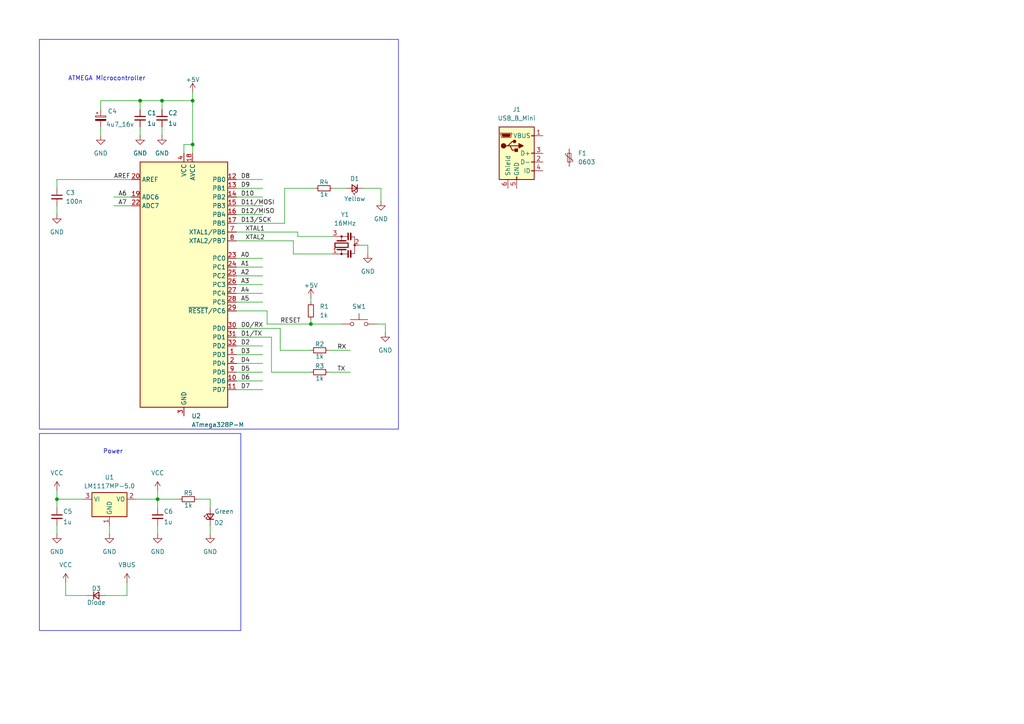
<source format=kicad_sch>
(kicad_sch (version 20231120) (generator "eeschema") (generator_version "8.0")
  (paper "A4")
  (lib_symbols
    (symbol "Connector:USB_B_Mini" (pin_names (offset 1.016))
      (property "Reference" "J" (at -5.08 11.43 0))
      (property "Value" "USB_B_Mini" (at -5.08 8.89 0))
      (symbol "USB_B_Mini_0_1"
        (rectangle (start -5.08 -7.62) (end 5.08 7.62) (stroke (width 0.254)) (fill (type background)))
        (circle (center -3.81 2.159) (radius 0.635) (stroke (width 0.254)) (fill (type outline)))
        (circle (center -0.635 3.429) (radius 0.381) (stroke (width 0.254)) (fill (type outline)))
        (rectangle (start -0.127 -7.62) (end 0.127 -6.858))
        (polyline (pts (xy -1.905 2.159) (xy 0.635 2.159)) (stroke (width 0.254)))
        (polyline (pts (xy -3.175 2.159) (xy -2.54 2.159) (xy -1.27 3.429) (xy -0.635 3.429)) (stroke (width 0.254)))
        (polyline (pts (xy -2.54 2.159) (xy -1.905 2.159) (xy -1.27 0.889) (xy 0 0.889)) (stroke (width 0.254)))
        (polyline (pts (xy 0.635 2.794) (xy 0.635 1.524) (xy 1.905 2.159) (xy 0.635 2.794)) (stroke (width 0.254)) (fill (type outline)))
        (polyline (pts (xy -4.318 5.588) (xy -1.778 5.588) (xy -2.032 4.826) (xy -4.064 4.826) (xy -4.318 5.588)) (fill (type outline)))
        (polyline (pts (xy -4.699 5.842) (xy -4.699 5.588) (xy -4.445 4.826) (xy -4.445 4.572) (xy -1.651 4.572) (xy -1.651 4.826) (xy -1.397 5.588) (xy -1.397 5.842) (xy -4.699 5.842)))
        (rectangle (start 0.254 1.27) (end -0.508 0.508) (stroke (width 0.254)) (fill (type outline)))
        (rectangle (start 5.08 -5.207) (end 4.318 -4.953))
        (rectangle (start 5.08 -2.667) (end 4.318 -2.413))
        (rectangle (start 5.08 -0.127) (end 4.318 0.127))
        (rectangle (start 5.08 4.953) (end 4.318 5.207))
      )
      (symbol "USB_B_Mini_1_1"
        (pin power_out line (at 7.62 5.08 180) (length 2.54) (name "VBUS") (number "1"))
        (pin bidirectional line (at 7.62 -2.54 180) (length 2.54) (name "D-") (number "2"))
        (pin bidirectional line (at 7.62 0 180) (length 2.54) (name "D+") (number "3"))
        (pin passive line (at 7.62 -5.08 180) (length 2.54) (name "ID") (number "4"))
        (pin power_out line (at 0 -10.16 90) (length 2.54) (name "GND") (number "5"))
        (pin passive line (at -2.54 -10.16 90) (length 2.54) (name "Shield") (number "6"))
      )
    )
    (symbol "Device:C_Polarized_Small" (pin_numbers hide) (pin_names (offset 0.254) hide)
      (property "Reference" "C" (at 0.254 1.778 0))
      (property "Value" "C_Polarized_Small" (at 0.254 -2.032 0))
      (symbol "C_Polarized_Small_0_1"
        (rectangle (start -1.524 -0.3048) (end 1.524 -0.6858) (fill (type outline)))
        (rectangle (start -1.524 0.6858) (end 1.524 0.3048))
        (polyline (pts (xy -1.27 1.524) (xy -0.762 1.524)))
        (polyline (pts (xy -1.016 1.27) (xy -1.016 1.778)))
      )
      (symbol "C_Polarized_Small_1_1"
        (pin passive line (at 0 2.54 270) (length 1.8542) (name "~") (number "1"))
        (pin passive line (at 0 -2.54 90) (length 1.8542) (name "~") (number "2"))
      )
    )
    (symbol "Device:C_Small" (pin_numbers hide) (pin_names (offset 0.254) hide)
      (property "Reference" "C" (at 0.254 1.778 0))
      (property "Value" "C_Small" (at 0.254 -2.032 0))
      (symbol "C_Small_0_1"
        (polyline (pts (xy -1.524 -0.508) (xy 1.524 -0.508)) (stroke (width 0.3302)))
        (polyline (pts (xy -1.524 0.508) (xy 1.524 0.508)) (stroke (width 0.3048)))
      )
      (symbol "C_Small_1_1"
        (pin passive line (at 0 2.54 270) (length 2.032) (name "~") (number "1"))
        (pin passive line (at 0 -2.54 90) (length 2.032) (name "~") (number "2"))
      )
    )
    (symbol "Device:D_Small" (pin_numbers hide) (pin_names (offset 0.254) hide)
      (property "Reference" "D" (at -1.27 2.032 0))
      (property "Value" "D_Small" (at -3.81 -2.032 0))
      (symbol "D_Small_0_1"
        (polyline (pts (xy -0.762 -1.016) (xy -0.762 1.016)) (stroke (width 0.254)))
        (polyline (pts (xy -0.762 0) (xy 0.762 0)))
        (polyline (pts (xy 0.762 -1.016) (xy -0.762 0) (xy 0.762 1.016) (xy 0.762 -1.016)) (stroke (width 0.254)))
      )
      (symbol "D_Small_1_1"
        (pin passive line (at -2.54 0 0) (length 1.778) (name "K") (number "1"))
        (pin passive line (at 2.54 0 180) (length 1.778) (name "A") (number "2"))
      )
    )
    (symbol "Device:LED_Small" (pin_numbers hide) (pin_names (offset 0.254) hide)
      (property "Reference" "D" (at -1.27 3.175 0))
      (property "Value" "LED_Small" (at -4.445 -2.54 0))
      (symbol "LED_Small_0_1"
        (polyline (pts (xy -0.762 -1.016) (xy -0.762 1.016)) (stroke (width 0.254)))
        (polyline (pts (xy 1.016 0) (xy -0.762 0)))
        (polyline (pts (xy 0.762 -1.016) (xy -0.762 0) (xy 0.762 1.016) (xy 0.762 -1.016)) (stroke (width 0.254)))
        (polyline (pts (xy 0 0.762) (xy -0.508 1.27) (xy -0.254 1.27) (xy -0.508 1.27) (xy -0.508 1.016)))
        (polyline (pts (xy 0.508 1.27) (xy 0 1.778) (xy 0.254 1.778) (xy 0 1.778) (xy 0 1.524)))
      )
      (symbol "LED_Small_1_1"
        (pin passive line (at -2.54 0 0) (length 1.778) (name "K") (number "1"))
        (pin passive line (at 2.54 0 180) (length 1.778) (name "A") (number "2"))
      )
    )
    (symbol "Device:Polyfuse_Small" (pin_numbers hide) (pin_names (offset 0))
      (property "Reference" "F" (at -1.905 0 90))
      (property "Value" "Polyfuse_Small" (at 1.905 0 90))
      (symbol "Polyfuse_Small_0_1"
        (rectangle (start -0.508 1.27) (end 0.508 -1.27))
        (polyline (pts (xy 0 2.54) (xy 0 -2.54)))
        (polyline (pts (xy -1.016 1.27) (xy -1.016 0.762) (xy 1.016 -0.762) (xy 1.016 -1.27)))
      )
      (symbol "Polyfuse_Small_1_1"
        (pin passive line (at 0 2.54 270) (length 0.635) (name "~") (number "1"))
        (pin passive line (at 0 -2.54 90) (length 0.635) (name "~") (number "2"))
      )
    )
    (symbol "Device:R_Small" (pin_numbers hide) (pin_names (offset 0.254) hide)
      (property "Reference" "R" (at 0.762 0.508 0))
      (property "Value" "R_Small" (at 0.762 -1.016 0))
      (symbol "R_Small_0_1"
        (rectangle (start -0.762 1.778) (end 0.762 -1.778) (stroke (width 0.2032)))
      )
      (symbol "R_Small_1_1"
        (pin passive line (at 0 2.54 270) (length 0.762) (name "~") (number "1"))
        (pin passive line (at 0 -2.54 90) (length 0.762) (name "~") (number "2"))
      )
    )
    (symbol "Device:Resonator_Small" (pin_names (offset 1.016) hide)
      (property "Reference" "Y" (at 3.175 1.905 0))
      (property "Value" "Resonator_Small" (at 3.175 0 0))
      (symbol "Resonator_Small_0_1"
        (rectangle (start -3.556 -2.54) (end -1.524 -2.794) (fill (type outline)))
        (rectangle (start -3.556 -1.778) (end -1.524 -2.032) (fill (type outline)))
        (circle (center -2.54 0) (radius 0.254) (fill (type outline)))
        (rectangle (start -0.635 1.905) (end 0.635 -1.905) (stroke (width 0.3048)))
        (circle (center 0 -3.81) (radius 0.254) (fill (type outline)))
        (polyline (pts (xy -2.54 -1.778) (xy -2.54 0)))
        (polyline (pts (xy -2.54 0) (xy -1.397 0)))
        (polyline (pts (xy -2.54 1.27) (xy -2.54 0)))
        (polyline (pts (xy -1.27 -1.27) (xy -1.27 1.27)) (stroke (width 0.381)))
        (polyline (pts (xy 1.27 -1.27) (xy 1.27 1.27)) (stroke (width 0.381)))
        (polyline (pts (xy 1.27 0) (xy 2.54 0)))
        (polyline (pts (xy 2.54 0) (xy 2.54 -1.778)))
        (polyline (pts (xy 2.54 1.27) (xy 2.54 0)))
        (polyline (pts (xy 2.413 -2.794) (xy 2.413 -3.81) (xy -2.413 -3.81) (xy -2.413 -2.667)))
        (rectangle (start 1.524 -2.54) (end 3.556 -2.794) (fill (type outline)))
        (rectangle (start 1.524 -1.778) (end 3.556 -2.032) (fill (type outline)))
        (circle (center 2.54 0) (radius 0.254) (fill (type outline)))
      )
      (symbol "Resonator_Small_1_1"
        (pin passive line (at -2.54 2.54 270) (length 1.27) (name "1") (number "1"))
        (pin passive line (at 0 -5.08 90) (length 1.27) (name "2") (number "2"))
        (pin passive line (at 2.54 2.54 270) (length 1.27) (name "3") (number "3"))
      )
    )
    (symbol "MCU_Microchip_ATmega:ATmega328P-M"
      (property "Reference" "U" (at -12.7 36.83 0))
      (property "Value" "ATmega328P-M" (at 2.54 -36.83 0))
      (symbol "ATmega328P-M_0_1"
        (rectangle (start -12.7 -35.56) (end 12.7 35.56) (stroke (width 0.254)) (fill (type background)))
      )
      (symbol "ATmega328P-M_1_1"
        (pin bidirectional line (at 15.24 -20.32 180) (length 2.54) (name "PD3") (number "1"))
        (pin bidirectional line (at 15.24 -27.94 180) (length 2.54) (name "PD6") (number "10"))
        (pin bidirectional line (at 15.24 -30.48 180) (length 2.54) (name "PD7") (number "11"))
        (pin bidirectional line (at 15.24 30.48 180) (length 2.54) (name "PB0") (number "12"))
        (pin bidirectional line (at 15.24 27.94 180) (length 2.54) (name "PB1") (number "13"))
        (pin bidirectional line (at 15.24 25.4 180) (length 2.54) (name "PB2") (number "14"))
        (pin bidirectional line (at 15.24 22.86 180) (length 2.54) (name "PB3") (number "15"))
        (pin bidirectional line (at 15.24 20.32 180) (length 2.54) (name "PB4") (number "16"))
        (pin bidirectional line (at 15.24 17.78 180) (length 2.54) (name "PB5") (number "17"))
        (pin power_in line (at 2.54 38.1 270) (length 2.54) (name "AVCC") (number "18"))
        (pin input line (at -15.24 25.4 0) (length 2.54) (name "ADC6") (number "19"))
        (pin bidirectional line (at 15.24 -22.86 180) (length 2.54) (name "PD4") (number "2"))
        (pin passive line (at -15.24 30.48 0) (length 2.54) (name "AREF") (number "20"))
        (pin passive line (at 0 -38.1 90) (length 2.54) hide (name "GND") (number "21"))
        (pin input line (at -15.24 22.86 0) (length 2.54) (name "ADC7") (number "22"))
        (pin bidirectional line (at 15.24 7.62 180) (length 2.54) (name "PC0") (number "23"))
        (pin bidirectional line (at 15.24 5.08 180) (length 2.54) (name "PC1") (number "24"))
        (pin bidirectional line (at 15.24 2.54 180) (length 2.54) (name "PC2") (number "25"))
        (pin bidirectional line (at 15.24 0 180) (length 2.54) (name "PC3") (number "26"))
        (pin bidirectional line (at 15.24 -2.54 180) (length 2.54) (name "PC4") (number "27"))
        (pin bidirectional line (at 15.24 -5.08 180) (length 2.54) (name "PC5") (number "28"))
        (pin bidirectional line (at 15.24 -7.62 180) (length 2.54) (name "~{RESET}/PC6") (number "29"))
        (pin power_in line (at 0 -38.1 90) (length 2.54) (name "GND") (number "3"))
        (pin bidirectional line (at 15.24 -12.7 180) (length 2.54) (name "PD0") (number "30"))
        (pin bidirectional line (at 15.24 -15.24 180) (length 2.54) (name "PD1") (number "31"))
        (pin bidirectional line (at 15.24 -17.78 180) (length 2.54) (name "PD2") (number "32"))
        (pin passive line (at 0 -38.1 90) (length 2.54) hide (name "GND") (number "33"))
        (pin power_in line (at 0 38.1 270) (length 2.54) (name "VCC") (number "4"))
        (pin passive line (at 0 -38.1 90) (length 2.54) hide (name "GND") (number "5"))
        (pin passive line (at 0 38.1 270) (length 2.54) hide (name "VCC") (number "6"))
        (pin bidirectional line (at 15.24 15.24 180) (length 2.54) (name "XTAL1/PB6") (number "7"))
        (pin bidirectional line (at 15.24 12.7 180) (length 2.54) (name "XTAL2/PB7") (number "8"))
        (pin bidirectional line (at 15.24 -25.4 180) (length 2.54) (name "PD5") (number "9"))
      )
    )
    (symbol "Regulator_Linear:LM1117MP-5.0"
      (property "Reference" "U" (at -3.81 3.175 0))
      (property "Value" "LM1117MP-5.0" (at 0 3.175 0))
      (symbol "LM1117MP-5.0_0_1"
        (rectangle (start -5.08 -5.08) (end 5.08 1.905) (stroke (width 0.254)) (fill (type background)))
      )
      (symbol "LM1117MP-5.0_1_1"
        (pin power_in line (at 0 -7.62 90) (length 2.54) (name "GND") (number "1"))
        (pin power_out line (at 7.62 0 180) (length 2.54) (name "VO") (number "2"))
        (pin power_in line (at -7.62 0 0) (length 2.54) (name "VI") (number "3"))
      )
    )
    (symbol "Switch:SW_Push" (pin_numbers hide) (pin_names (offset 1.016) hide)
      (property "Reference" "SW" (at 1.27 2.54 0))
      (property "Value" "SW_Push" (at 0 -1.524 0))
      (symbol "SW_Push_0_1"
        (circle (center -2.032 0) (radius 0.508))
        (polyline (pts (xy 0 1.27) (xy 0 3.048)))
        (polyline (pts (xy 2.54 1.27) (xy -2.54 1.27)))
        (circle (center 2.032 0) (radius 0.508))
        (pin passive line (at -5.08 0 0) (length 2.54) (name "1") (number "1"))
        (pin passive line (at 5.08 0 180) (length 2.54) (name "2") (number "2"))
      )
    )
    (symbol "power:+5V" (power) (pin_numbers hide) (pin_names (offset 0) hide)
      (property "Value" "+5V" (at 0 3.556 0))
      (symbol "+5V_0_1"
        (polyline (pts (xy -0.762 1.27) (xy 0 2.54)))
        (polyline (pts (xy 0 0) (xy 0 2.54)))
        (polyline (pts (xy 0 2.54) (xy 0.762 1.27)))
      )
      (symbol "+5V_1_1"
        (pin power_in line (at 0 0 90) (length 0) (name "~") (number "1"))
      )
    )
    (symbol "power:GND" (power) (pin_numbers hide) (pin_names (offset 0) hide)
      (property "Value" "GND" (at 0 -3.81 0))
      (symbol "GND_0_1"
        (polyline (pts (xy 0 0) (xy 0 -1.27) (xy 1.27 -1.27) (xy 0 -2.54) (xy -1.27 -1.27) (xy 0 -1.27)))
      )
      (symbol "GND_1_1"
        (pin power_in line (at 0 0 270) (length 0) (name "~") (number "1"))
      )
    )
    (symbol "power:VBUS" (power) (pin_numbers hide) (pin_names (offset 0) hide)
      (property "Value" "VBUS" (at 0 3.556 0))
      (symbol "VBUS_0_1"
        (polyline (pts (xy -0.762 1.27) (xy 0 2.54)))
        (polyline (pts (xy 0 0) (xy 0 2.54)))
        (polyline (pts (xy 0 2.54) (xy 0.762 1.27)))
      )
      (symbol "VBUS_1_1"
        (pin power_in line (at 0 0 90) (length 0) (name "~") (number "1"))
      )
    )
    (symbol "power:VCC" (power) (pin_numbers hide) (pin_names (offset 0) hide)
      (property "Value" "VCC" (at 0 3.556 0))
      (symbol "VCC_0_1"
        (polyline (pts (xy -0.762 1.27) (xy 0 2.54)))
        (polyline (pts (xy 0 0) (xy 0 2.54)))
        (polyline (pts (xy 0 2.54) (xy 0.762 1.27)))
      )
      (symbol "VCC_1_1"
        (pin power_in line (at 0 0 90) (length 0) (name "~") (number "1"))
      )
    )
  )
  (junction (at 90.17 93.98))
  (junction (at 46.99 29.21))
  (junction (at 40.64 29.21))
  (junction (at 55.88 41.91))
  (junction (at 45.72 144.78))
  (junction (at 55.88 29.21))
  (junction (at 16.51 144.78))
  (wire (pts (xy 68.58 90.17) (xy 77.47 90.17)))
  (wire (pts (xy 24.13 144.78) (xy 16.51 144.78)))
  (wire (pts (xy 16.51 144.78) (xy 16.51 147.32)))
  (wire (pts (xy 109.22 93.98) (xy 111.76 93.98)))
  (wire (pts (xy 40.64 36.83) (xy 40.64 39.37)))
  (wire (pts (xy 68.58 59.69) (xy 76.2 59.69)))
  (wire (pts (xy 53.34 41.91) (xy 55.88 41.91)))
  (wire (pts (xy 90.17 92.71) (xy 90.17 93.98)))
  (wire (pts (xy 60.96 152.4) (xy 60.96 154.94)))
  (wire (pts (xy 36.83 168.91) (xy 36.83 172.72)))
  (wire (pts (xy 36.83 172.72) (xy 30.48 172.72)))
  (wire (pts (xy 68.58 87.63) (xy 76.2 87.63)))
  (wire (pts (xy 77.47 93.98) (xy 90.17 93.98)))
  (wire (pts (xy 55.88 26.67) (xy 55.88 29.21)))
  (wire (pts (xy 105.41 54.61) (xy 110.49 54.61)))
  (wire (pts (xy 85.09 73.66) (xy 85.09 69.85)))
  (wire (pts (xy 53.34 44.45) (xy 53.34 41.91)))
  (wire (pts (xy 19.05 172.72) (xy 19.05 168.91)))
  (wire (pts (xy 16.51 59.69) (xy 16.51 62.23)))
  (wire (pts (xy 111.76 93.98) (xy 111.76 96.52)))
  (wire (pts (xy 68.58 62.23) (xy 76.2 62.23)))
  (wire (pts (xy 68.58 110.49) (xy 76.2 110.49)))
  (wire (pts (xy 106.68 73.66) (xy 106.68 71.12)))
  (wire (pts (xy 38.1 52.07) (xy 16.51 52.07)))
  (wire (pts (xy 68.58 74.93) (xy 76.2 74.93)))
  (wire (pts (xy 33.02 59.69) (xy 38.1 59.69)))
  (wire (pts (xy 68.58 105.41) (xy 76.2 105.41)))
  (wire (pts (xy 106.68 71.12) (xy 104.14 71.12)))
  (wire (pts (xy 46.99 36.83) (xy 46.99 39.37)))
  (wire (pts (xy 16.51 144.78) (xy 16.51 142.24)))
  (wire (pts (xy 29.21 31.75) (xy 29.21 29.21)))
  (wire (pts (xy 40.64 31.75) (xy 40.64 29.21)))
  (wire (pts (xy 95.25 107.95) (xy 101.6 107.95)))
  (wire (pts (xy 45.72 152.4) (xy 45.72 154.94)))
  (wire (pts (xy 68.58 80.01) (xy 76.2 80.01)))
  (wire (pts (xy 86.36 68.58) (xy 96.52 68.58)))
  (wire (pts (xy 68.58 100.33) (xy 76.2 100.33)))
  (wire (pts (xy 29.21 36.83) (xy 29.21 39.37)))
  (wire (pts (xy 68.58 107.95) (xy 76.2 107.95)))
  (wire (pts (xy 33.02 57.15) (xy 38.1 57.15)))
  (wire (pts (xy 96.52 73.66) (xy 85.09 73.66)))
  (wire (pts (xy 16.51 152.4) (xy 16.51 154.94)))
  (wire (pts (xy 31.75 152.4) (xy 31.75 154.94)))
  (wire (pts (xy 78.74 107.95) (xy 90.17 107.95)))
  (wire (pts (xy 68.58 95.25) (xy 81.28 95.25)))
  (wire (pts (xy 96.52 54.61) (xy 100.33 54.61)))
  (wire (pts (xy 81.28 101.6) (xy 90.17 101.6)))
  (wire (pts (xy 68.58 54.61) (xy 76.2 54.61)))
  (wire (pts (xy 68.58 85.09) (xy 76.2 85.09)))
  (wire (pts (xy 46.99 29.21) (xy 46.99 31.75)))
  (wire (pts (xy 57.15 144.78) (xy 60.96 144.78)))
  (wire (pts (xy 55.88 41.91) (xy 55.88 29.21)))
  (wire (pts (xy 90.17 93.98) (xy 99.06 93.98)))
  (wire (pts (xy 110.49 54.61) (xy 110.49 58.42)))
  (wire (pts (xy 90.17 86.36) (xy 90.17 87.63)))
  (wire (pts (xy 68.58 113.03) (xy 76.2 113.03)))
  (wire (pts (xy 95.25 101.6) (xy 101.6 101.6)))
  (wire (pts (xy 85.09 69.85) (xy 68.58 69.85)))
  (wire (pts (xy 25.4 172.72) (xy 19.05 172.72)))
  (wire (pts (xy 60.96 144.78) (xy 60.96 147.32)))
  (wire (pts (xy 68.58 82.55) (xy 76.2 82.55)))
  (wire (pts (xy 45.72 144.78) (xy 45.72 147.32)))
  (wire (pts (xy 68.58 57.15) (xy 76.2 57.15)))
  (wire (pts (xy 81.28 95.25) (xy 81.28 101.6)))
  (wire (pts (xy 55.88 29.21) (xy 46.99 29.21)))
  (wire (pts (xy 68.58 52.07) (xy 76.2 52.07)))
  (wire (pts (xy 16.51 52.07) (xy 16.51 54.61)))
  (wire (pts (xy 82.55 54.61) (xy 91.44 54.61)))
  (wire (pts (xy 77.47 93.98) (xy 77.47 90.17)))
  (wire (pts (xy 68.58 102.87) (xy 76.2 102.87)))
  (wire (pts (xy 68.58 64.77) (xy 82.55 64.77)))
  (wire (pts (xy 45.72 144.78) (xy 52.07 144.78)))
  (wire (pts (xy 68.58 97.79) (xy 78.74 97.79)))
  (wire (pts (xy 78.74 97.79) (xy 78.74 107.95)))
  (wire (pts (xy 39.37 144.78) (xy 45.72 144.78)))
  (wire (pts (xy 86.36 68.58) (xy 86.36 67.31)))
  (wire (pts (xy 40.64 29.21) (xy 46.99 29.21)))
  (wire (pts (xy 68.58 77.47) (xy 76.2 77.47)))
  (wire (pts (xy 55.88 44.45) (xy 55.88 41.91)))
  (wire (pts (xy 86.36 67.31) (xy 68.58 67.31)))
  (wire (pts (xy 45.72 144.78) (xy 45.72 142.24)))
  (wire (pts (xy 82.55 64.77) (xy 82.55 54.61)))
  (wire (pts (xy 29.21 29.21) (xy 40.64 29.21)))
  (rectangle (start 11.43 11.43) (end 115.57 124.46))
  (rectangle (start 11.43 125.73) (end 69.85 182.88))
  (text "Power" (at 32.766 131.064 0) (effects (font (size 1.27 1.27))))
  (text "ATMEGA Microcontroller" (at 30.988 22.86 0) (effects (font (size 1.27 1.27))))
  (label "D6" (at 69.85 110.49 0))
  (label "AREF" (at 33.02 52.07 0))
  (label "D1{slash}TX" (at 69.85 97.79 0))
  (label "D12{slash}MISO" (at 69.85 62.23 0))
  (label "D5" (at 69.85 107.95 0))
  (label "A1" (at 69.85 77.47 0))
  (label "A6" (at 34.29 57.15 0))
  (label "D8" (at 69.85 52.07 0))
  (label "D0{slash}RX" (at 69.85 95.25 0))
  (label "D11{slash}MOSI" (at 69.85 59.69 0))
  (label "D3" (at 69.85 102.87 0))
  (label "RESET" (at 81.28 93.98 0))
  (label "TX" (at 97.79 107.95 0))
  (label "RX" (at 97.79 101.6 0))
  (label "D4" (at 69.85 105.41 0))
  (label "A4" (at 69.85 85.09 0))
  (label "XTAL2" (at 71.12 69.85 0))
  (label "D7" (at 69.85 113.03 0))
  (label "D2" (at 69.85 100.33 0))
  (label "A2" (at 69.85 80.01 0))
  (label "D9" (at 69.85 54.61 0))
  (label "D13{slash}SCK" (at 69.85 64.77 0))
  (label "A7" (at 34.29 59.69 0))
  (label "A0" (at 69.85 74.93 0))
  (label "A5" (at 69.85 87.63 0))
  (label "A3" (at 69.85 82.55 0))
  (label "D10" (at 69.85 57.15 0))
  (label "XTAL1" (at 71.12 67.31 0))
  (symbol (lib_id "Device:C_Small") (at 16.51 57.15 0) (unit 1)
    (property "Reference" "C3" (at 19.05 55.8862 0) (effects (justify left)))
    (property "Value" "100n" (at 19.05 58.4262 0) (effects (justify left)))
    (property "Description" "Unpolarized capacitor, small symbol" (effects (hide yes)))
  )
  (symbol (lib_id "power:+5V") (at 55.88 26.67 0) (unit 1)
    (property "Reference" "#PWR04" (effects (hide yes)))
    (property "Value" "+5V" (at 55.88 23.114 0))
    (property "Description" "Power symbol creates a global label with name \"+5V\"" (effects (hide yes)))
  )
  (symbol (lib_id "power:GND") (at 40.64 39.37 0) (unit 1)
    (property "Reference" "#PWR02" (effects (hide yes)))
    (property "Value" "GND" (at 40.64 44.45 0))
    (property "Description" "Power symbol creates a global label with name \"GND\" , ground" (effects (hide yes)))
  )
  (symbol (lib_id "Device:LED_Small") (at 60.96 149.86 90) (unit 1)
    (property "Reference" "D2" (at 63.5 151.638 90))
    (property "Value" "Green" (at 65.024 148.336 90))
    (property "Description" "Light emitting diode, small symbol" (effects (hide yes)))
  )
  (symbol (lib_id "Device:Resonator_Small") (at 99.06 71.12 90) (unit 1)
    (property "Reference" "Y1" (at 100.0633 62.23 90))
    (property "Value" "16MHz" (at 100.0633 64.77 90))
    (property "Footprint" "Crystal:Resonator_SMD_Murata_CSTxExxV-3Pin_3.0x1.1mm" (effects (hide yes)))
    (property "Description" "Three pin ceramic resonator, small symbol" (effects (hide yes)))
  )
  (symbol (lib_id "power:GND") (at 29.21 39.37 0) (unit 1)
    (property "Reference" "#PWR03" (effects (hide yes)))
    (property "Value" "GND" (at 29.21 44.45 0))
    (property "Description" "Power symbol creates a global label with name \"GND\" , ground" (effects (hide yes)))
  )
  (symbol (lib_id "MCU_Microchip_ATmega:ATmega328P-M") (at 53.34 82.55 0) (unit 1)
    (property "Reference" "U2" (at 55.5341 120.65 0) (effects (justify left)))
    (property "Value" "ATmega328P-M" (at 55.5341 123.19 0) (effects (justify left)))
    (property "Footprint" "Package_DFN_QFN:QFN-32-1EP_5x5mm_P0.5mm_EP3.1x3.1mm" (effects (hide yes)))
    (property "Datasheet" "http://ww1.microchip.com/downloads/en/DeviceDoc/ATmega328_P%20AVR%20MCU%20with%20picoPower%20Technology%20Data%20Sheet%2040001984A.pdf" (effects (hide yes)))
    (property "Description" "20MHz, 32kB Flash, 2kB SRAM, 1kB EEPROM, QFN-32" (effects (hide yes)))
  )
  (symbol (lib_id "power:VCC") (at 16.51 142.24 0) (unit 1)
    (property "Reference" "#PWR010" (effects (hide yes)))
    (property "Value" "VCC" (at 16.51 137.16 0))
    (property "Description" "Power symbol creates a global label with name \"VCC\"" (effects (hide yes)))
  )
  (symbol (lib_id "power:GND") (at 16.51 154.94 0) (unit 1)
    (property "Reference" "#PWR012" (effects (hide yes)))
    (property "Value" "GND" (at 16.51 160.02 0))
    (property "Description" "Power symbol creates a global label with name \"GND\" , ground" (effects (hide yes)))
  )
  (symbol (lib_id "power:GND") (at 31.75 154.94 0) (unit 1)
    (property "Reference" "#PWR013" (effects (hide yes)))
    (property "Value" "GND" (at 31.75 160.02 0))
    (property "Description" "Power symbol creates a global label with name \"GND\" , ground" (effects (hide yes)))
  )
  (symbol (lib_id "power:VCC") (at 19.05 168.91 0) (unit 1)
    (property "Reference" "#PWR016" (effects (hide yes)))
    (property "Value" "VCC" (at 19.05 163.83 0))
    (property "Description" "Power symbol creates a global label with name \"VCC\"" (effects (hide yes)))
  )
  (symbol (lib_id "power:GND") (at 45.72 154.94 0) (unit 1)
    (property "Reference" "#PWR014" (effects (hide yes)))
    (property "Value" "GND" (at 45.72 160.02 0))
    (property "Description" "Power symbol creates a global label with name \"GND\" , ground" (effects (hide yes)))
  )
  (symbol (lib_id "power:VCC") (at 45.72 142.24 0) (unit 1)
    (property "Reference" "#PWR011" (effects (hide yes)))
    (property "Value" "VCC" (at 45.72 137.16 0))
    (property "Description" "Power symbol creates a global label with name \"VCC\"" (effects (hide yes)))
  )
  (symbol (lib_id "Regulator_Linear:LM1117MP-5.0") (at 31.75 144.78 0) (unit 1)
    (property "Reference" "U1" (at 31.75 138.43 0))
    (property "Value" "LM1117MP-5.0" (at 31.75 140.97 0))
    (property "Footprint" "Package_TO_SOT_SMD:SOT-223-3_TabPin2" (effects (hide yes)))
    (property "Datasheet" "http://www.ti.com/lit/ds/symlink/lm1117.pdf" (effects (hide yes)))
    (property "Description" "800mA Low-Dropout Linear Regulator, 5.0V fixed output, SOT-223" (effects (hide yes)))
  )
  (symbol (lib_id "Device:C_Polarized_Small") (at 29.21 34.29 0) (unit 1)
    (property "Reference" "C4" (at 31.242 32.258 0) (effects (justify left)))
    (property "Value" "4u7_16v" (at 30.734 36.068 0) (effects (justify left)))
    (property "Description" "Polarized capacitor, small symbol" (effects (hide yes)))
  )
  (symbol (lib_id "Connector:USB_B_Mini") (at 149.86 44.45 0) (unit 1)
    (property "Reference" "J1" (at 149.86 31.75 0))
    (property "Value" "USB_B_Mini" (at 149.86 34.29 0))
    (property "Description" "USB Mini Type B connector" (effects (hide yes)))
  )
  (symbol (lib_id "Device:LED_Small") (at 102.87 54.61 180) (unit 1)
    (property "Reference" "D1" (at 102.87 51.816 0))
    (property "Value" "Yellow" (at 102.87 57.658 0))
    (property "Description" "Light emitting diode, small symbol" (effects (hide yes)))
  )
  (symbol (lib_id "power:VBUS") (at 36.83 168.91 0) (unit 1)
    (property "Reference" "#PWR017" (effects (hide yes)))
    (property "Value" "VBUS" (at 36.83 163.83 0))
    (property "Description" "Power symbol creates a global label with name \"VBUS\"" (effects (hide yes)))
  )
  (symbol (lib_id "Device:R_Small") (at 90.17 90.17 0) (unit 1)
    (property "Reference" "R1" (at 92.71 88.8999 0) (effects (justify left)))
    (property "Value" "1k" (at 92.71 91.4399 0) (effects (justify left)))
    (property "Description" "Resistor, small symbol" (effects (hide yes)))
  )
  (symbol (lib_id "Device:C_Small") (at 46.99 34.29 0) (unit 1)
    (property "Reference" "C2" (at 48.768 32.766 0) (effects (justify left)))
    (property "Value" "1u" (at 48.768 35.814 0) (effects (justify left)))
    (property "Description" "Unpolarized capacitor, small symbol" (effects (hide yes)))
  )
  (symbol (lib_id "Switch:SW_Push") (at 104.14 93.98 0) (unit 1)
    (property "Reference" "SW1" (at 104.14 88.9 0))
    (property "Value" "SW_Push" (effects (hide yes)))
    (property "Description" "Push button switch, generic, two pins" (effects (hide yes)))
  )
  (symbol (lib_id "power:GND") (at 110.49 58.42 0) (unit 1)
    (property "Reference" "#PWR09" (effects (hide yes)))
    (property "Value" "GND" (at 110.49 63.5 0))
    (property "Description" "Power symbol creates a global label with name \"GND\" , ground" (effects (hide yes)))
  )
  (symbol (lib_id "Device:R_Small") (at 92.71 107.95 90) (unit 1)
    (property "Reference" "R3" (at 92.71 106.172 90))
    (property "Value" "1k" (at 92.71 109.728 90))
    (property "Description" "Resistor, small symbol" (effects (hide yes)))
  )
  (symbol (lib_id "Device:C_Small") (at 40.64 34.29 0) (unit 1)
    (property "Reference" "C1" (at 42.672 32.766 0) (effects (justify left)))
    (property "Value" "1u" (at 42.672 35.814 0) (effects (justify left)))
    (property "Description" "Unpolarized capacitor, small symbol" (effects (hide yes)))
  )
  (symbol (lib_id "power:GND") (at 16.51 62.23 0) (unit 1)
    (property "Reference" "#PWR05" (effects (hide yes)))
    (property "Value" "GND" (at 16.51 67.31 0))
    (property "Description" "Power symbol creates a global label with name \"GND\" , ground" (effects (hide yes)))
  )
  (symbol (lib_id "Device:D_Small") (at 27.94 172.72 0) (unit 1)
    (property "Reference" "D3" (at 27.94 170.688 0))
    (property "Value" "Diode" (at 27.94 174.752 0))
    (property "Description" "Diode, small symbol" (effects (hide yes)))
    (property "Sim.Device" "D" (effects (hide yes)))
    (property "Sim.Pins" "1=K 2=A" (effects (hide yes)))
  )
  (symbol (lib_id "Device:R_Small") (at 92.71 101.6 90) (unit 1)
    (property "Reference" "R2" (at 92.71 99.822 90))
    (property "Value" "1k" (at 92.71 103.378 90))
    (property "Description" "Resistor, small symbol" (effects (hide yes)))
  )
  (symbol (lib_id "Device:C_Small") (at 16.51 149.86 0) (unit 1)
    (property "Reference" "C5" (at 18.288 148.336 0) (effects (justify left)))
    (property "Value" "1u" (at 18.288 151.384 0) (effects (justify left)))
    (property "Description" "Unpolarized capacitor, small symbol" (effects (hide yes)))
  )
  (symbol (lib_id "power:GND") (at 106.68 73.66 0) (unit 1)
    (property "Reference" "#PWR06" (effects (hide yes)))
    (property "Value" "GND" (at 106.68 78.74 0))
    (property "Description" "Power symbol creates a global label with name \"GND\" , ground" (effects (hide yes)))
  )
  (symbol (lib_id "Device:R_Small") (at 54.61 144.78 90) (unit 1)
    (property "Reference" "R5" (at 54.61 143.002 90))
    (property "Value" "1k" (at 54.61 146.558 90))
    (property "Description" "Resistor, small symbol" (effects (hide yes)))
  )
  (symbol (lib_id "Device:R_Small") (at 93.98 54.61 90) (unit 1)
    (property "Reference" "R4" (at 93.98 52.832 90))
    (property "Value" "1k" (at 93.98 56.388 90))
    (property "Description" "Resistor, small symbol" (effects (hide yes)))
  )
  (symbol (lib_id "Device:C_Small") (at 45.72 149.86 0) (unit 1)
    (property "Reference" "C6" (at 47.498 148.336 0) (effects (justify left)))
    (property "Value" "1u" (at 47.498 151.384 0) (effects (justify left)))
    (property "Description" "Unpolarized capacitor, small symbol" (effects (hide yes)))
  )
  (symbol (lib_id "power:GND") (at 46.99 39.37 0) (unit 1)
    (property "Reference" "#PWR01" (effects (hide yes)))
    (property "Value" "GND" (at 46.99 44.45 0))
    (property "Description" "Power symbol creates a global label with name \"GND\" , ground" (effects (hide yes)))
  )
  (symbol (lib_id "Device:Polyfuse_Small") (at 165.1 45.72 0) (unit 1)
    (property "Reference" "F1" (at 167.64 44.4499 0) (effects (justify left)))
    (property "Value" "0603" (at 167.64 46.9899 0) (effects (justify left)))
    (property "Description" "Resettable fuse, polymeric positive temperature coefficient, small symbol" (effects (hide yes)))
  )
  (symbol (lib_id "power:GND") (at 111.76 96.52 0) (unit 1)
    (property "Reference" "#PWR08" (effects (hide yes)))
    (property "Value" "GND" (at 111.76 101.6 0))
    (property "Description" "Power symbol creates a global label with name \"GND\" , ground" (effects (hide yes)))
  )
  (symbol (lib_id "power:+5V") (at 90.17 86.36 0) (unit 1)
    (property "Reference" "#PWR07" (effects (hide yes)))
    (property "Value" "+5V" (at 90.17 82.804 0))
    (property "Description" "Power symbol creates a global label with name \"+5V\"" (effects (hide yes)))
  )
  (symbol (lib_id "power:GND") (at 60.96 154.94 0) (unit 1)
    (property "Reference" "#PWR015" (effects (hide yes)))
    (property "Value" "GND" (at 60.96 160.02 0))
    (property "Description" "Power symbol creates a global label with name \"GND\" , ground" (effects (hide yes)))
  )
)
</source>
